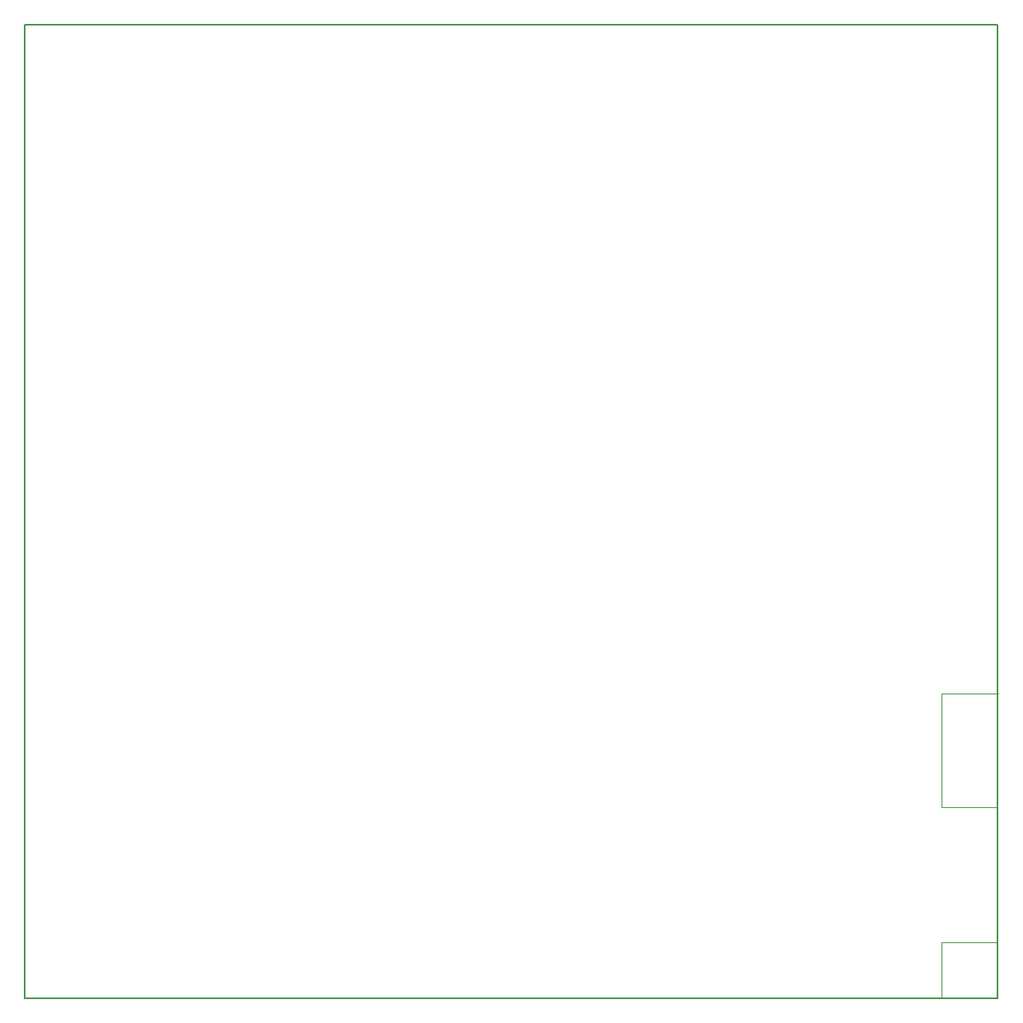
<source format=gbp>
G04*
G04 #@! TF.GenerationSoftware,Altium Limited,CircuitStudio,1.5.2 (30)*
G04*
G04 Layer_Color=16770453*
%FSLAX44Y44*%
%MOMM*%
G71*
G01*
G75*
%ADD49C,0.1000*%
%ADD50C,0.1500*%
D49*
X1199000Y456000D02*
X1256000D01*
X1199000D02*
Y573000D01*
X1257000D01*
X1199000Y317000D02*
X1256000D01*
X1199000Y260000D02*
Y317000D01*
D50*
X256000Y260000D02*
Y1260000D01*
X1256000Y260000D02*
Y1260000D01*
X256000Y260000D02*
X1256000D01*
X256000Y1260000D02*
X1256000D01*
M02*

</source>
